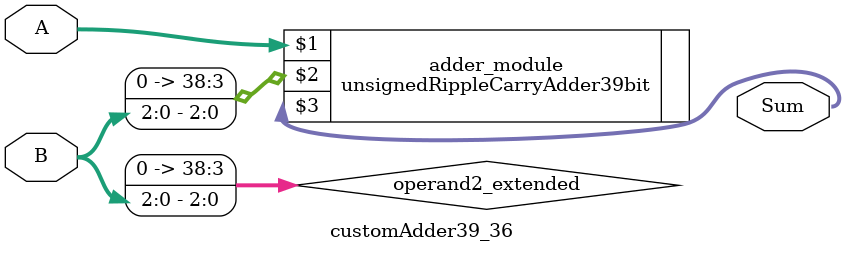
<source format=v>
module customAdder39_36(
                        input [38 : 0] A,
                        input [2 : 0] B,
                        
                        output [39 : 0] Sum
                );

        wire [38 : 0] operand2_extended;
        
        assign operand2_extended =  {36'b0, B};
        
        unsignedRippleCarryAdder39bit adder_module(
            A,
            operand2_extended,
            Sum
        );
        
        endmodule
        
</source>
